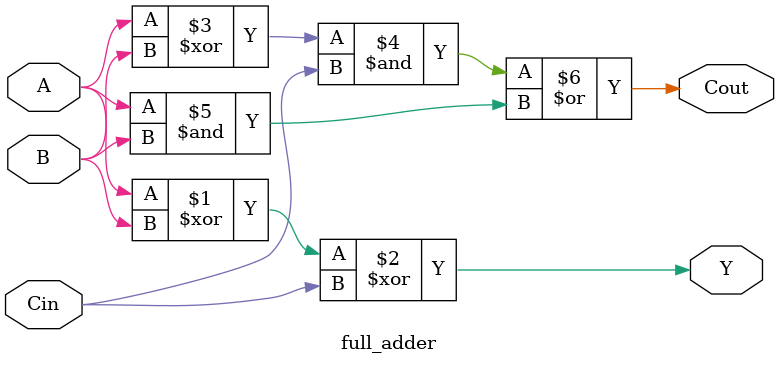
<source format=v>
module full_adder(
    input A, B, Cin,
    output Y, Cout
);
    assign Y = A ^ B ^ Cin;
    assign Cout = ((A ^ B) & Cin) | (A & B);

endmodule
</source>
